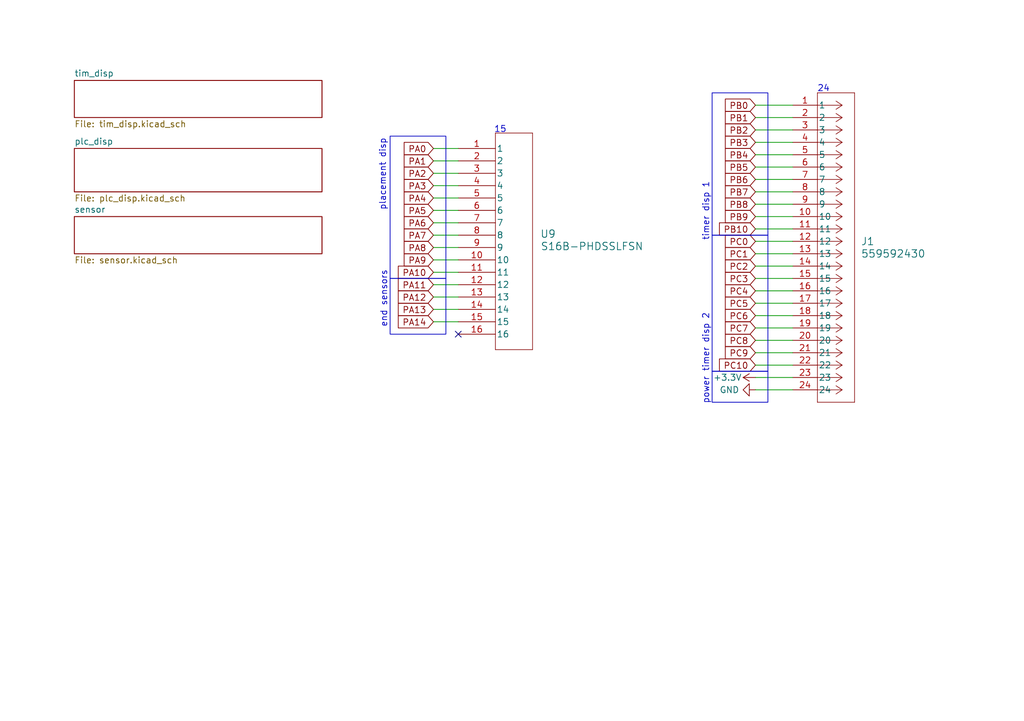
<source format=kicad_sch>
(kicad_sch (version 20231120) (generator "eeschema") (generator_version "8.0")
  (paper "A5")
  (lib_symbols
    (symbol "CONN HEADER 16POS 2MM:S16B-PHDSSLFSN" (pin_names (offset 0.254))
      (property "Reference" "U9" (at 8.636 8.128 0))
      (property "Value" "S16B-PHDSSLFSN" (at 8.636 5.588 0))
      (symbol "S16B-PHDSSLFSN_0_1"
        (polyline (pts (xy 7.62 -41.275) (xy 15.24 -41.275)) (stroke (width 0.127)))
        (polyline (pts (xy 7.62 3.175) (xy 7.62 -41.275)) (stroke (width 0.127)))
        (polyline (pts (xy 15.24 -41.275) (xy 15.24 3.175)) (stroke (width 0.127)))
        (polyline (pts (xy 15.24 3.175) (xy 7.62 3.175)) (stroke (width 0.127)))
        (pin unspecified line (at 0 0 0) (length 7.62) (name "1") (number "1"))
        (pin unspecified line (at 0 -22.86 0) (length 7.62) (name "10") (number "10"))
        (pin unspecified line (at 0 -25.4 0) (length 7.62) (name "11") (number "11"))
        (pin unspecified line (at 0 -27.94 0) (length 7.62) (name "12") (number "12"))
        (pin unspecified line (at 0 -30.48 0) (length 7.62) (name "13") (number "13"))
        (pin unspecified line (at 0 -33.02 0) (length 7.62) (name "14") (number "14"))
        (pin unspecified line (at 0 -35.56 0) (length 7.62) (name "15") (number "15"))
        (pin unspecified line (at 0 -38.1 0) (length 7.62) (name "16") (number "16"))
        (pin unspecified line (at 0 -2.54 0) (length 7.62) (name "2") (number "2"))
        (pin unspecified line (at 0 -5.08 0) (length 7.62) (name "3") (number "3"))
        (pin unspecified line (at 0 -7.62 0) (length 7.62) (name "4") (number "4"))
        (pin unspecified line (at 0 -10.16 0) (length 7.62) (name "5") (number "5"))
        (pin unspecified line (at 0 -12.7 0) (length 7.62) (name "6") (number "6"))
        (pin unspecified line (at 0 -15.24 0) (length 7.62) (name "7") (number "7"))
        (pin unspecified line (at 0 -17.78 0) (length 7.62) (name "8") (number "8"))
        (pin unspecified line (at 0 -20.32 0) (length 7.62) (name "9") (number "9"))
      )
    )
    (symbol "CONN HEADER 24POS 2MM:559592430" (pin_names (offset 0.254))
      (property "Reference" "J" (at 8.89 6.35 0))
      (property "Value" "559592430" (at 0 0 0))
      (symbol "559592430_1_1"
        (polyline (pts (xy 5.08 -60.96) (xy 12.7 -60.96)) (stroke (width 0.127)))
        (polyline (pts (xy 5.08 2.54) (xy 5.08 -60.96)) (stroke (width 0.127)))
        (polyline (pts (xy 10.16 -58.42) (xy 5.08 -58.42)) (stroke (width 0.127)))
        (polyline (pts (xy 10.16 -58.42) (xy 8.89 -59.2667)) (stroke (width 0.127)))
        (polyline (pts (xy 10.16 -58.42) (xy 8.89 -57.5733)) (stroke (width 0.127)))
        (polyline (pts (xy 10.16 -55.88) (xy 5.08 -55.88)) (stroke (width 0.127)))
        (polyline (pts (xy 10.16 -55.88) (xy 8.89 -56.7267)) (stroke (width 0.127)))
        (polyline (pts (xy 10.16 -55.88) (xy 8.89 -55.0333)) (stroke (width 0.127)))
        (polyline (pts (xy 10.16 -53.34) (xy 5.08 -53.34)) (stroke (width 0.127)))
        (polyline (pts (xy 10.16 -53.34) (xy 8.89 -54.1867)) (stroke (width 0.127)))
        (polyline (pts (xy 10.16 -53.34) (xy 8.89 -52.4933)) (stroke (width 0.127)))
        (polyline (pts (xy 10.16 -50.8) (xy 5.08 -50.8)) (stroke (width 0.127)))
        (polyline (pts (xy 10.16 -50.8) (xy 8.89 -51.6467)) (stroke (width 0.127)))
        (polyline (pts (xy 10.16 -50.8) (xy 8.89 -49.9533)) (stroke (width 0.127)))
        (polyline (pts (xy 10.16 -48.26) (xy 5.08 -48.26)) (stroke (width 0.127)))
        (polyline (pts (xy 10.16 -48.26) (xy 8.89 -49.1067)) (stroke (width 0.127)))
        (polyline (pts (xy 10.16 -48.26) (xy 8.89 -47.4133)) (stroke (width 0.127)))
        (polyline (pts (xy 10.16 -45.72) (xy 5.08 -45.72)) (stroke (width 0.127)))
        (polyline (pts (xy 10.16 -45.72) (xy 8.89 -46.5667)) (stroke (width 0.127)))
        (polyline (pts (xy 10.16 -45.72) (xy 8.89 -44.8733)) (stroke (width 0.127)))
        (polyline (pts (xy 10.16 -43.18) (xy 5.08 -43.18)) (stroke (width 0.127)))
        (polyline (pts (xy 10.16 -43.18) (xy 8.89 -44.0267)) (stroke (width 0.127)))
        (polyline (pts (xy 10.16 -43.18) (xy 8.89 -42.3333)) (stroke (width 0.127)))
        (polyline (pts (xy 10.16 -40.64) (xy 5.08 -40.64)) (stroke (width 0.127)))
        (polyline (pts (xy 10.16 -40.64) (xy 8.89 -41.4867)) (stroke (width 0.127)))
        (polyline (pts (xy 10.16 -40.64) (xy 8.89 -39.7933)) (stroke (width 0.127)))
        (polyline (pts (xy 10.16 -38.1) (xy 5.08 -38.1)) (stroke (width 0.127)))
        (polyline (pts (xy 10.16 -38.1) (xy 8.89 -38.9467)) (stroke (width 0.127)))
        (polyline (pts (xy 10.16 -38.1) (xy 8.89 -37.2533)) (stroke (width 0.127)))
        (polyline (pts (xy 10.16 -35.56) (xy 5.08 -35.56)) (stroke (width 0.127)))
        (polyline (pts (xy 10.16 -35.56) (xy 8.89 -36.4067)) (stroke (width 0.127)))
        (polyline (pts (xy 10.16 -35.56) (xy 8.89 -34.7133)) (stroke (width 0.127)))
        (polyline (pts (xy 10.16 -33.02) (xy 5.08 -33.02)) (stroke (width 0.127)))
        (polyline (pts (xy 10.16 -33.02) (xy 8.89 -33.8667)) (stroke (width 0.127)))
        (polyline (pts (xy 10.16 -33.02) (xy 8.89 -32.1733)) (stroke (width 0.127)))
        (polyline (pts (xy 10.16 -30.48) (xy 5.08 -30.48)) (stroke (width 0.127)))
        (polyline (pts (xy 10.16 -30.48) (xy 8.89 -31.3267)) (stroke (width 0.127)))
        (polyline (pts (xy 10.16 -30.48) (xy 8.89 -29.6333)) (stroke (width 0.127)))
        (polyline (pts (xy 10.16 -27.94) (xy 5.08 -27.94)) (stroke (width 0.127)))
        (polyline (pts (xy 10.16 -27.94) (xy 8.89 -28.7867)) (stroke (width 0.127)))
        (polyline (pts (xy 10.16 -27.94) (xy 8.89 -27.0933)) (stroke (width 0.127)))
        (polyline (pts (xy 10.16 -25.4) (xy 5.08 -25.4)) (stroke (width 0.127)))
        (polyline (pts (xy 10.16 -25.4) (xy 8.89 -26.2467)) (stroke (width 0.127)))
        (polyline (pts (xy 10.16 -25.4) (xy 8.89 -24.5533)) (stroke (width 0.127)))
        (polyline (pts (xy 10.16 -22.86) (xy 5.08 -22.86)) (stroke (width 0.127)))
        (polyline (pts (xy 10.16 -22.86) (xy 8.89 -23.7067)) (stroke (width 0.127)))
        (polyline (pts (xy 10.16 -22.86) (xy 8.89 -22.0133)) (stroke (width 0.127)))
        (polyline (pts (xy 10.16 -20.32) (xy 5.08 -20.32)) (stroke (width 0.127)))
        (polyline (pts (xy 10.16 -20.32) (xy 8.89 -21.1667)) (stroke (width 0.127)))
        (polyline (pts (xy 10.16 -20.32) (xy 8.89 -19.4733)) (stroke (width 0.127)))
        (polyline (pts (xy 10.16 -17.78) (xy 5.08 -17.78)) (stroke (width 0.127)))
        (polyline (pts (xy 10.16 -17.78) (xy 8.89 -18.6267)) (stroke (width 0.127)))
        (polyline (pts (xy 10.16 -17.78) (xy 8.89 -16.9333)) (stroke (width 0.127)))
        (polyline (pts (xy 10.16 -15.24) (xy 5.08 -15.24)) (stroke (width 0.127)))
        (polyline (pts (xy 10.16 -15.24) (xy 8.89 -16.0867)) (stroke (width 0.127)))
        (polyline (pts (xy 10.16 -15.24) (xy 8.89 -14.3933)) (stroke (width 0.127)))
        (polyline (pts (xy 10.16 -12.7) (xy 5.08 -12.7)) (stroke (width 0.127)))
        (polyline (pts (xy 10.16 -12.7) (xy 8.89 -13.5467)) (stroke (width 0.127)))
        (polyline (pts (xy 10.16 -12.7) (xy 8.89 -11.8533)) (stroke (width 0.127)))
        (polyline (pts (xy 10.16 -10.16) (xy 5.08 -10.16)) (stroke (width 0.127)))
        (polyline (pts (xy 10.16 -10.16) (xy 8.89 -11.0067)) (stroke (width 0.127)))
        (polyline (pts (xy 10.16 -10.16) (xy 8.89 -9.3133)) (stroke (width 0.127)))
        (polyline (pts (xy 10.16 -7.62) (xy 5.08 -7.62)) (stroke (width 0.127)))
        (polyline (pts (xy 10.16 -7.62) (xy 8.89 -8.4667)) (stroke (width 0.127)))
        (polyline (pts (xy 10.16 -7.62) (xy 8.89 -6.7733)) (stroke (width 0.127)))
        (polyline (pts (xy 10.16 -5.08) (xy 5.08 -5.08)) (stroke (width 0.127)))
        (polyline (pts (xy 10.16 -5.08) (xy 8.89 -5.9267)) (stroke (width 0.127)))
        (polyline (pts (xy 10.16 -5.08) (xy 8.89 -4.2333)) (stroke (width 0.127)))
        (polyline (pts (xy 10.16 -2.54) (xy 5.08 -2.54)) (stroke (width 0.127)))
        (polyline (pts (xy 10.16 -2.54) (xy 8.89 -3.3867)) (stroke (width 0.127)))
        (polyline (pts (xy 10.16 -2.54) (xy 8.89 -1.6933)) (stroke (width 0.127)))
        (polyline (pts (xy 10.16 0) (xy 5.08 0)) (stroke (width 0.127)))
        (polyline (pts (xy 10.16 0) (xy 8.89 -0.8467)) (stroke (width 0.127)))
        (polyline (pts (xy 10.16 0) (xy 8.89 0.8467)) (stroke (width 0.127)))
        (polyline (pts (xy 12.7 -60.96) (xy 12.7 2.54)) (stroke (width 0.127)))
        (polyline (pts (xy 12.7 2.54) (xy 5.08 2.54)) (stroke (width 0.127)))
        (pin unspecified line (at 0 0 0) (length 5.08) (name "1") (number "1"))
        (pin unspecified line (at 0 -22.86 0) (length 5.08) (name "10") (number "10"))
        (pin unspecified line (at 0 -25.4 0) (length 5.08) (name "11") (number "11"))
        (pin unspecified line (at 0 -27.94 0) (length 5.08) (name "12") (number "12"))
        (pin unspecified line (at 0 -30.48 0) (length 5.08) (name "13") (number "13"))
        (pin unspecified line (at 0 -33.02 0) (length 5.08) (name "14") (number "14"))
        (pin unspecified line (at 0 -35.56 0) (length 5.08) (name "15") (number "15"))
        (pin unspecified line (at 0 -38.1 0) (length 5.08) (name "16") (number "16"))
        (pin unspecified line (at 0 -40.64 0) (length 5.08) (name "17") (number "17"))
        (pin unspecified line (at 0 -43.18 0) (length 5.08) (name "18") (number "18"))
        (pin unspecified line (at 0 -45.72 0) (length 5.08) (name "19") (number "19"))
        (pin unspecified line (at 0 -2.54 0) (length 5.08) (name "2") (number "2"))
        (pin unspecified line (at 0 -48.26 0) (length 5.08) (name "20") (number "20"))
        (pin unspecified line (at 0 -50.8 0) (length 5.08) (name "21") (number "21"))
        (pin unspecified line (at 0 -53.34 0) (length 5.08) (name "22") (number "22"))
        (pin unspecified line (at 0 -55.88 0) (length 5.08) (name "23") (number "23"))
        (pin unspecified line (at 0 -58.42 0) (length 5.08) (name "24") (number "24"))
        (pin unspecified line (at 0 -5.08 0) (length 5.08) (name "3") (number "3"))
        (pin unspecified line (at 0 -7.62 0) (length 5.08) (name "4") (number "4"))
        (pin unspecified line (at 0 -10.16 0) (length 5.08) (name "5") (number "5"))
        (pin unspecified line (at 0 -12.7 0) (length 5.08) (name "6") (number "6"))
        (pin unspecified line (at 0 -15.24 0) (length 5.08) (name "7") (number "7"))
        (pin unspecified line (at 0 -17.78 0) (length 5.08) (name "8") (number "8"))
        (pin unspecified line (at 0 -20.32 0) (length 5.08) (name "9") (number "9"))
      )
      (symbol "559592430_1_2"
        (polyline (pts (xy 5.08 -60.96) (xy 12.7 -60.96)) (stroke (width 0.127)))
        (polyline (pts (xy 5.08 2.54) (xy 5.08 -60.96)) (stroke (width 0.127)))
        (polyline (pts (xy 7.62 -58.42) (xy 5.08 -58.42)) (stroke (width 0.127)))
        (polyline (pts (xy 7.62 -58.42) (xy 8.89 -59.2667)) (stroke (width 0.127)))
        (polyline (pts (xy 7.62 -58.42) (xy 8.89 -57.5733)) (stroke (width 0.127)))
        (polyline (pts (xy 7.62 -55.88) (xy 5.08 -55.88)) (stroke (width 0.127)))
        (polyline (pts (xy 7.62 -55.88) (xy 8.89 -56.7267)) (stroke (width 0.127)))
        (polyline (pts (xy 7.62 -55.88) (xy 8.89 -55.0333)) (stroke (width 0.127)))
        (polyline (pts (xy 7.62 -53.34) (xy 5.08 -53.34)) (stroke (width 0.127)))
        (polyline (pts (xy 7.62 -53.34) (xy 8.89 -54.1867)) (stroke (width 0.127)))
        (polyline (pts (xy 7.62 -53.34) (xy 8.89 -52.4933)) (stroke (width 0.127)))
        (polyline (pts (xy 7.62 -50.8) (xy 5.08 -50.8)) (stroke (width 0.127)))
        (polyline (pts (xy 7.62 -50.8) (xy 8.89 -51.6467)) (stroke (width 0.127)))
        (polyline (pts (xy 7.62 -50.8) (xy 8.89 -49.9533)) (stroke (width 0.127)))
        (polyline (pts (xy 7.62 -48.26) (xy 5.08 -48.26)) (stroke (width 0.127)))
        (polyline (pts (xy 7.62 -48.26) (xy 8.89 -49.1067)) (stroke (width 0.127)))
        (polyline (pts (xy 7.62 -48.26) (xy 8.89 -47.4133)) (stroke (width 0.127)))
        (polyline (pts (xy 7.62 -45.72) (xy 5.08 -45.72)) (stroke (width 0.127)))
        (polyline (pts (xy 7.62 -45.72) (xy 8.89 -46.5667)) (stroke (width 0.127)))
        (polyline (pts (xy 7.62 -45.72) (xy 8.89 -44.8733)) (stroke (width 0.127)))
        (polyline (pts (xy 7.62 -43.18) (xy 5.08 -43.18)) (stroke (width 0.127)))
        (polyline (pts (xy 7.62 -43.18) (xy 8.89 -44.0267)) (stroke (width 0.127)))
        (polyline (pts (xy 7.62 -43.18) (xy 8.89 -42.3333)) (stroke (width 0.127)))
        (polyline (pts (xy 7.62 -40.64) (xy 5.08 -40.64)) (stroke (width 0.127)))
        (polyline (pts (xy 7.62 -40.64) (xy 8.89 -41.4867)) (stroke (width 0.127)))
        (polyline (pts (xy 7.62 -40.64) (xy 8.89 -39.7933)) (stroke (width 0.127)))
        (polyline (pts (xy 7.62 -38.1) (xy 5.08 -38.1)) (stroke (width 0.127)))
        (polyline (pts (xy 7.62 -38.1) (xy 8.89 -38.9467)) (stroke (width 0.127)))
        (polyline (pts (xy 7.62 -38.1) (xy 8.89 -37.2533)) (stroke (width 0.127)))
        (polyline (pts (xy 7.62 -35.56) (xy 5.08 -35.56)) (stroke (width 0.127)))
        (polyline (pts (xy 7.62 -35.56) (xy 8.89 -36.4067)) (stroke (width 0.127)))
        (polyline (pts (xy 7.62 -35.56) (xy 8.89 -34.7133)) (stroke (width 0.127)))
        (polyline (pts (xy 7.62 -33.02) (xy 5.08 -33.02)) (stroke (width 0.127)))
        (polyline (pts (xy 7.62 -33.02) (xy 8.89 -33.8667)) (stroke (width 0.127)))
        (polyline (pts (xy 7.62 -33.02) (xy 8.89 -32.1733)) (stroke (width 0.127)))
        (polyline (pts (xy 7.62 -30.48) (xy 5.08 -30.48)) (stroke (width 0.127)))
        (polyline (pts (xy 7.62 -30.48) (xy 8.89 -31.3267)) (stroke (width 0.127)))
        (polyline (pts (xy 7.62 -30.48) (xy 8.89 -29.6333)) (stroke (width 0.127)))
        (polyline (pts (xy 7.62 -27.94) (xy 5.08 -27.94)) (stroke (width 0.127)))
        (polyline (pts (xy 7.62 -27.94) (xy 8.89 -28.7867)) (stroke (width 0.127)))
        (polyline (pts (xy 7.62 -27.94) (xy 8.89 -27.0933)) (stroke (width 0.127)))
        (polyline (pts (xy 7.62 -25.4) (xy 5.08 -25.4)) (stroke (width 0.127)))
        (polyline (pts (xy 7.62 -25.4) (xy 8.89 -26.2467)) (stroke (width 0.127)))
        (polyline (pts (xy 7.62 -25.4) (xy 8.89 -24.5533)) (stroke (width 0.127)))
        (polyline (pts (xy 7.62 -22.86) (xy 5.08 -22.86)) (stroke (width 0.127)))
        (polyline (pts (xy 7.62 -22.86) (xy 8.89 -23.7067)) (stroke (width 0.127)))
        (polyline (pts (xy 7.62 -22.86) (xy 8.89 -22.0133)) (stroke (width 0.127)))
        (polyline (pts (xy 7.62 -20.32) (xy 5.08 -20.32)) (stroke (width 0.127)))
        (polyline (pts (xy 7.62 -20.32) (xy 8.89 -21.1667)) (stroke (width 0.127)))
        (polyline (pts (xy 7.62 -20.32) (xy 8.89 -19.4733)) (stroke (width 0.127)))
        (polyline (pts (xy 7.62 -17.78) (xy 5.08 -17.78)) (stroke (width 0.127)))
        (polyline (pts (xy 7.62 -17.78) (xy 8.89 -18.6267)) (stroke (width 0.127)))
        (polyline (pts (xy 7.62 -17.78) (xy 8.89 -16.9333)) (stroke (width 0.127)))
        (polyline (pts (xy 7.62 -15.24) (xy 5.08 -15.24)) (stroke (width 0.127)))
        (polyline (pts (xy 7.62 -15.24) (xy 8.89 -16.0867)) (stroke (width 0.127)))
        (polyline (pts (xy 7.62 -15.24) (xy 8.89 -14.3933)) (stroke (width 0.127)))
        (polyline (pts (xy 7.62 -12.7) (xy 5.08 -12.7)) (stroke (width 0.127)))
        (polyline (pts (xy 7.62 -12.7) (xy 8.89 -13.5467)) (stroke (width 0.127)))
        (polyline (pts (xy 7.62 -12.7) (xy 8.89 -11.8533)) (stroke (width 0.127)))
        (polyline (pts (xy 7.62 -10.16) (xy 5.08 -10.16)) (stroke (width 0.127)))
        (polyline (pts (xy 7.62 -10.16) (xy 8.89 -11.0067)) (stroke (width 0.127)))
        (polyline (pts (xy 7.62 -10.16) (xy 8.89 -9.3133)) (stroke (width 0.127)))
        (polyline (pts (xy 7.62 -7.62) (xy 5.08 -7.62)) (stroke (width 0.127)))
        (polyline (pts (xy 7.62 -7.62) (xy 8.89 -8.4667)) (stroke (width 0.127)))
        (polyline (pts (xy 7.62 -7.62) (xy 8.89 -6.7733)) (stroke (width 0.127)))
        (polyline (pts (xy 7.62 -5.08) (xy 5.08 -5.08)) (stroke (width 0.127)))
        (polyline (pts (xy 7.62 -5.08) (xy 8.89 -5.9267)) (stroke (width 0.127)))
        (polyline (pts (xy 7.62 -5.08) (xy 8.89 -4.2333)) (stroke (width 0.127)))
        (polyline (pts (xy 7.62 -2.54) (xy 5.08 -2.54)) (stroke (width 0.127)))
        (polyline (pts (xy 7.62 -2.54) (xy 8.89 -3.3867)) (stroke (width 0.127)))
        (polyline (pts (xy 7.62 -2.54) (xy 8.89 -1.6933)) (stroke (width 0.127)))
        (polyline (pts (xy 7.62 0) (xy 5.08 0)) (stroke (width 0.127)))
        (polyline (pts (xy 7.62 0) (xy 8.89 -0.8467)) (stroke (width 0.127)))
        (polyline (pts (xy 7.62 0) (xy 8.89 0.8467)) (stroke (width 0.127)))
        (polyline (pts (xy 12.7 -60.96) (xy 12.7 2.54)) (stroke (width 0.127)))
        (polyline (pts (xy 12.7 2.54) (xy 5.08 2.54)) (stroke (width 0.127)))
        (pin unspecified line (at 0 0 0) (length 5.08) (name "1") (number "1"))
        (pin unspecified line (at 0 -22.86 0) (length 5.08) (name "10") (number "10"))
        (pin unspecified line (at 0 -25.4 0) (length 5.08) (name "11") (number "11"))
        (pin unspecified line (at 0 -27.94 0) (length 5.08) (name "12") (number "12"))
        (pin unspecified line (at 0 -30.48 0) (length 5.08) (name "13") (number "13"))
        (pin unspecified line (at 0 -33.02 0) (length 5.08) (name "14") (number "14"))
        (pin unspecified line (at 0 -35.56 0) (length 5.08) (name "15") (number "15"))
        (pin unspecified line (at 0 -38.1 0) (length 5.08) (name "16") (number "16"))
        (pin unspecified line (at 0 -40.64 0) (length 5.08) (name "17") (number "17"))
        (pin unspecified line (at 0 -43.18 0) (length 5.08) (name "18") (number "18"))
        (pin unspecified line (at 0 -45.72 0) (length 5.08) (name "19") (number "19"))
        (pin unspecified line (at 0 -2.54 0) (length 5.08) (name "2") (number "2"))
        (pin unspecified line (at 0 -48.26 0) (length 5.08) (name "20") (number "20"))
        (pin unspecified line (at 0 -50.8 0) (length 5.08) (name "21") (number "21"))
        (pin unspecified line (at 0 -53.34 0) (length 5.08) (name "22") (number "22"))
        (pin unspecified line (at 0 -55.88 0) (length 5.08) (name "23") (number "23"))
        (pin unspecified line (at 0 -58.42 0) (length 5.08) (name "24") (number "24"))
        (pin unspecified line (at 0 -5.08 0) (length 5.08) (name "3") (number "3"))
        (pin unspecified line (at 0 -7.62 0) (length 5.08) (name "4") (number "4"))
        (pin unspecified line (at 0 -10.16 0) (length 5.08) (name "5") (number "5"))
        (pin unspecified line (at 0 -12.7 0) (length 5.08) (name "6") (number "6"))
        (pin unspecified line (at 0 -15.24 0) (length 5.08) (name "7") (number "7"))
        (pin unspecified line (at 0 -17.78 0) (length 5.08) (name "8") (number "8"))
        (pin unspecified line (at 0 -20.32 0) (length 5.08) (name "9") (number "9"))
      )
    )
    (symbol "power:+3.3V" (power) (pin_numbers hide) (pin_names (offset 0) hide)
      (property "Value" "+3.3V" (at 0 3.556 0))
      (symbol "+3.3V_0_1"
        (polyline (pts (xy -0.762 1.27) (xy 0 2.54)))
        (polyline (pts (xy 0 0) (xy 0 2.54)))
        (polyline (pts (xy 0 2.54) (xy 0.762 1.27)))
      )
      (symbol "+3.3V_1_1"
        (pin power_in line (at 0 0 90) (length 0) (name "~") (number "1"))
      )
    )
    (symbol "power:GND" (power) (pin_numbers hide) (pin_names (offset 0) hide)
      (property "Value" "GND" (at 0 -3.81 0))
      (symbol "GND_0_1"
        (polyline (pts (xy 0 0) (xy 0 -1.27) (xy 1.27 -1.27) (xy 0 -2.54) (xy -1.27 -1.27) (xy 0 -1.27)))
      )
      (symbol "GND_1_1"
        (pin power_in line (at 0 0 270) (length 0) (name "~") (number "1"))
      )
    )
  )
  (no_connect (at 93.98 68.58))
  (wire (pts (xy 154.94 69.85) (xy 162.56 69.85)))
  (wire (pts (xy 154.94 44.45) (xy 162.56 44.45)))
  (wire (pts (xy 154.94 26.67) (xy 162.56 26.67)))
  (wire (pts (xy 93.98 38.1) (xy 88.9 38.1)))
  (wire (pts (xy 154.94 77.47) (xy 162.56 77.47)))
  (wire (pts (xy 154.94 72.39) (xy 162.56 72.39)))
  (wire (pts (xy 154.94 41.91) (xy 162.56 41.91)))
  (wire (pts (xy 93.98 40.64) (xy 88.9 40.64)))
  (wire (pts (xy 154.94 49.53) (xy 162.56 49.53)))
  (wire (pts (xy 154.94 39.37) (xy 162.56 39.37)))
  (wire (pts (xy 154.94 54.61) (xy 162.56 54.61)))
  (wire (pts (xy 93.98 43.18) (xy 88.9 43.18)))
  (wire (pts (xy 154.94 46.99) (xy 162.56 46.99)))
  (wire (pts (xy 154.94 29.21) (xy 162.56 29.21)))
  (wire (pts (xy 154.94 80.01) (xy 162.56 80.01)))
  (wire (pts (xy 154.94 21.59) (xy 162.56 21.59)))
  (wire (pts (xy 154.94 31.75) (xy 162.56 31.75)))
  (wire (pts (xy 154.94 74.93) (xy 162.56 74.93)))
  (wire (pts (xy 93.98 63.5) (xy 88.9 63.5)))
  (wire (pts (xy 154.94 57.15) (xy 162.56 57.15)))
  (wire (pts (xy 93.98 33.02) (xy 88.9 33.02)))
  (wire (pts (xy 154.94 34.29) (xy 162.56 34.29)))
  (wire (pts (xy 154.94 24.13) (xy 162.56 24.13)))
  (wire (pts (xy 93.98 58.42) (xy 88.9 58.42)))
  (wire (pts (xy 93.98 48.26) (xy 88.9 48.26)))
  (wire (pts (xy 93.98 53.34) (xy 88.9 53.34)))
  (wire (pts (xy 93.98 30.48) (xy 88.9 30.48)))
  (wire (pts (xy 154.94 36.83) (xy 162.56 36.83)))
  (wire (pts (xy 154.94 62.23) (xy 162.56 62.23)))
  (wire (pts (xy 93.98 55.88) (xy 88.9 55.88)))
  (wire (pts (xy 154.94 67.31) (xy 162.56 67.31)))
  (wire (pts (xy 154.94 59.69) (xy 162.56 59.69)))
  (wire (pts (xy 93.98 50.8) (xy 88.9 50.8)))
  (wire (pts (xy 154.94 52.07) (xy 162.56 52.07)))
  (wire (pts (xy 93.98 66.04) (xy 88.9 66.04)))
  (wire (pts (xy 93.98 35.56) (xy 88.9 35.56)))
  (wire (pts (xy 93.98 45.72) (xy 88.9 45.72)))
  (wire (pts (xy 93.98 60.96) (xy 88.9 60.96)))
  (wire (pts (xy 154.94 64.77) (xy 162.56 64.77)))
  (rectangle (start 146.05 19.05) (end 157.48 48.26))
  (rectangle (start 146.05 48.26) (end 157.48 76.2))
  (rectangle (start 80.01 57.15) (end 91.44 68.58))
  (rectangle (start 80.01 27.94) (end 91.44 57.15))
  (rectangle (start 146.05 76.2) (end 157.48 82.55))
  (text "power\n" (at 144.78 83.058 90) (effects (font (size 1.27 1.27)) (justify left)))
  (text "timer disp 2\n\n" (at 145.796 76.454 90) (effects (font (size 1.27 1.27)) (justify left)))
  (text "end sensors\n" (at 78.74 67.31 90) (effects (font (size 1.27 1.27)) (justify left)))
  (text "15" (at 102.616 26.67 0) (effects (font (size 1.27 1.27))))
  (text "24\n" (at 168.91 18.288 0) (effects (font (size 1.27 1.27))))
  (text "placement disp\n" (at 78.486 28.448 90) (effects (font (size 1.27 1.27)) (justify right)))
  (text "timer disp 1\n" (at 144.78 49.53 90) (effects (font (size 1.27 1.27)) (justify left)))
  (global_label "PA11" (shape input) (at 88.9 58.42 180) (property "Intersheetrefs" "${INTERSHEET_REFS}" (effects (hide yes))))
  (global_label "PC4" (shape input) (at 154.94 59.69 180) (property "Intersheetrefs" "${INTERSHEET_REFS}" (effects (hide yes))))
  (global_label "PB7" (shape input) (at 154.94 39.37 180) (property "Intersheetrefs" "${INTERSHEET_REFS}" (effects (hide yes))))
  (global_label "PA8" (shape input) (at 88.9 50.8 180) (property "Intersheetrefs" "${INTERSHEET_REFS}" (effects (hide yes))))
  (global_label "PA6" (shape input) (at 88.9 45.72 180) (property "Intersheetrefs" "${INTERSHEET_REFS}" (effects (hide yes))))
  (global_label "PA4" (shape input) (at 88.9 40.64 180) (property "Intersheetrefs" "${INTERSHEET_REFS}" (effects (hide yes))))
  (global_label "PA3" (shape input) (at 88.9 38.1 180) (property "Intersheetrefs" "${INTERSHEET_REFS}" (effects (hide yes))))
  (global_label "PA12" (shape input) (at 88.9 60.96 180) (property "Intersheetrefs" "${INTERSHEET_REFS}" (effects (hide yes))))
  (global_label "PC9" (shape input) (at 154.94 72.39 180) (property "Intersheetrefs" "${INTERSHEET_REFS}" (effects (hide yes))))
  (global_label "PB1" (shape input) (at 154.94 24.13 180) (property "Intersheetrefs" "${INTERSHEET_REFS}" (effects (hide yes))))
  (global_label "PC10" (shape input) (at 154.94 74.93 180) (property "Intersheetrefs" "${INTERSHEET_REFS}" (effects (hide yes))))
  (global_label "PB5" (shape input) (at 154.94 34.29 180) (property "Intersheetrefs" "${INTERSHEET_REFS}" (effects (hide yes))))
  (global_label "PC0" (shape input) (at 154.94 49.53 180) (property "Intersheetrefs" "${INTERSHEET_REFS}" (effects (hide yes))))
  (global_label "PB10" (shape input) (at 154.94 46.99 180) (property "Intersheetrefs" "${INTERSHEET_REFS}" (effects (hide yes))))
  (global_label "PB4" (shape input) (at 154.94 31.75 180) (property "Intersheetrefs" "${INTERSHEET_REFS}" (effects (hide yes))))
  (global_label "PC5" (shape input) (at 154.94 62.23 180) (property "Intersheetrefs" "${INTERSHEET_REFS}" (effects (hide yes))))
  (global_label "PC8" (shape input) (at 154.94 69.85 180) (property "Intersheetrefs" "${INTERSHEET_REFS}" (effects (hide yes))))
  (global_label "PA1" (shape input) (at 88.9 33.02 180) (property "Intersheetrefs" "${INTERSHEET_REFS}" (effects (hide yes))))
  (global_label "PB9" (shape input) (at 154.94 44.45 180) (property "Intersheetrefs" "${INTERSHEET_REFS}" (effects (hide yes))))
  (global_label "PB0" (shape input) (at 154.94 21.59 180) (property "Intersheetrefs" "${INTERSHEET_REFS}" (effects (hide yes))))
  (global_label "PC1" (shape input) (at 154.94 52.07 180) (property "Intersheetrefs" "${INTERSHEET_REFS}" (effects (hide yes))))
  (global_label "PA13" (shape input) (at 88.9 63.5 180) (property "Intersheetrefs" "${INTERSHEET_REFS}" (effects (hide yes))))
  (global_label "PA10" (shape input) (at 88.9 55.88 180) (property "Intersheetrefs" "${INTERSHEET_REFS}" (effects (hide yes))))
  (global_label "PA2" (shape input) (at 88.9 35.56 180) (property "Intersheetrefs" "${INTERSHEET_REFS}" (effects (hide yes))))
  (global_label "PC2" (shape input) (at 154.94 54.61 180) (property "Intersheetrefs" "${INTERSHEET_REFS}" (effects (hide yes))))
  (global_label "PC7" (shape input) (at 154.94 67.31 180) (property "Intersheetrefs" "${INTERSHEET_REFS}" (effects (hide yes))))
  (global_label "PB8" (shape input) (at 154.94 41.91 180) (property "Intersheetrefs" "${INTERSHEET_REFS}" (effects (hide yes))))
  (global_label "PC3" (shape input) (at 154.94 57.15 180) (property "Intersheetrefs" "${INTERSHEET_REFS}" (effects (hide yes))))
  (global_label "PA7" (shape input) (at 88.9 48.26 180) (property "Intersheetrefs" "${INTERSHEET_REFS}" (effects (hide yes))))
  (global_label "PB6" (shape input) (at 154.94 36.83 180) (property "Intersheetrefs" "${INTERSHEET_REFS}" (effects (hide yes))))
  (global_label "PA0" (shape input) (at 88.9 30.48 180) (property "Intersheetrefs" "${INTERSHEET_REFS}" (effects (hide yes))))
  (global_label "PC6" (shape input) (at 154.94 64.77 180) (property "Intersheetrefs" "${INTERSHEET_REFS}" (effects (hide yes))))
  (global_label "PA9" (shape input) (at 88.9 53.34 180) (property "Intersheetrefs" "${INTERSHEET_REFS}" (effects (hide yes))))
  (global_label "PA5" (shape input) (at 88.9 43.18 180) (property "Intersheetrefs" "${INTERSHEET_REFS}" (effects (hide yes))))
  (global_label "PB2" (shape input) (at 154.94 26.67 180) (property "Intersheetrefs" "${INTERSHEET_REFS}" (effects (hide yes))))
  (global_label "PA14" (shape input) (at 88.9 66.04 180) (property "Intersheetrefs" "${INTERSHEET_REFS}" (effects (hide yes))))
  (global_label "PB3" (shape input) (at 154.94 29.21 180) (property "Intersheetrefs" "${INTERSHEET_REFS}" (effects (hide yes))))
  (symbol (lib_id "power:+3.3V") (at 154.94 77.47 90) (unit 1)
    (property "Reference" "#PWR049" (effects (hide yes)))
    (property "Value" "+3.3V" (at 152.146 77.47 90) (effects (justify left)))
    (property "Description" "Power symbol creates a global label with name \"+3.3V\"" (effects (hide yes)))
  )
  (symbol (lib_id "CONN HEADER 24POS 2MM:559592430") (at 162.56 21.59 0) (unit 1)
    (property "Reference" "J1" (at 176.53 49.5299 0) (effects (font (size 1.524 1.524)) (justify left)))
    (property "Value" "559592430" (at 176.53 52.0699 0) (effects (font (size 1.524 1.524)) (justify left)))
    (property "Footprint" "24pos 2mm:CONN24_559592430_MOL" (effects (hide yes)))
    (property "Datasheet" "https://www.molex.com/en-us/products/part-detail-pdf/559592430?display=pdf" (effects (hide yes)))
  )
  (symbol (lib_id "power:GND") (at 154.94 80.01 270) (unit 1)
    (property "Reference" "#PWR050" (effects (hide yes)))
    (property "Value" "GND" (at 151.638 80.01 90) (effects (justify right)))
    (property "Description" "Power symbol creates a global label with name \"GND\" , ground" (effects (hide yes)))
  )
  (symbol (lib_id "CONN HEADER 16POS 2MM:S16B-PHDSSLFSN") (at 93.98 30.48 0) (unit 1)
    (property "Reference" "U9" (at 110.744 48.006 0) (effects (font (size 1.524 1.524)) (justify left)))
    (property "Value" "S16B-PHDSSLFSN" (at 121.412 50.546 0) (effects (font (size 1.524 1.524))))
    (property "Footprint" "16pos 2mm:S16B-PHDSSLFSN_JST" (effects (hide yes)))
    (property "Datasheet" "S16B-PHDSSLFSN" (effects (hide yes)))
  )
  (sheet (at 15.24 30.48) (size 50.8 8.89) (stroke (width 0.1524))
    (property "Sheetname" "plc_disp" (at 15.24 29.7684 0) (effects (justify left bottom)))
    (property "Sheetfile" "plc_disp.kicad_sch" (at 15.24 39.9546 0) (effects (justify left top)))
  )
  (sheet (at 15.24 44.45) (size 50.8 7.62) (stroke (width 0.1524))
    (property "Sheetname" "sensor" (at 15.24 43.7384 0) (effects (justify left bottom)))
    (property "Sheetfile" "sensor.kicad_sch" (at 15.24 52.6546 0) (effects (justify left top)))
  )
  (sheet (at 15.24 16.51) (size 50.8 7.62) (stroke (width 0.1524))
    (property "Sheetname" "tim_disp" (at 15.24 15.7984 0) (effects (justify left bottom)))
    (property "Sheetfile" "tim_disp.kicad_sch" (at 15.24 24.7146 0) (effects (justify left top)))
  )
)
</source>
